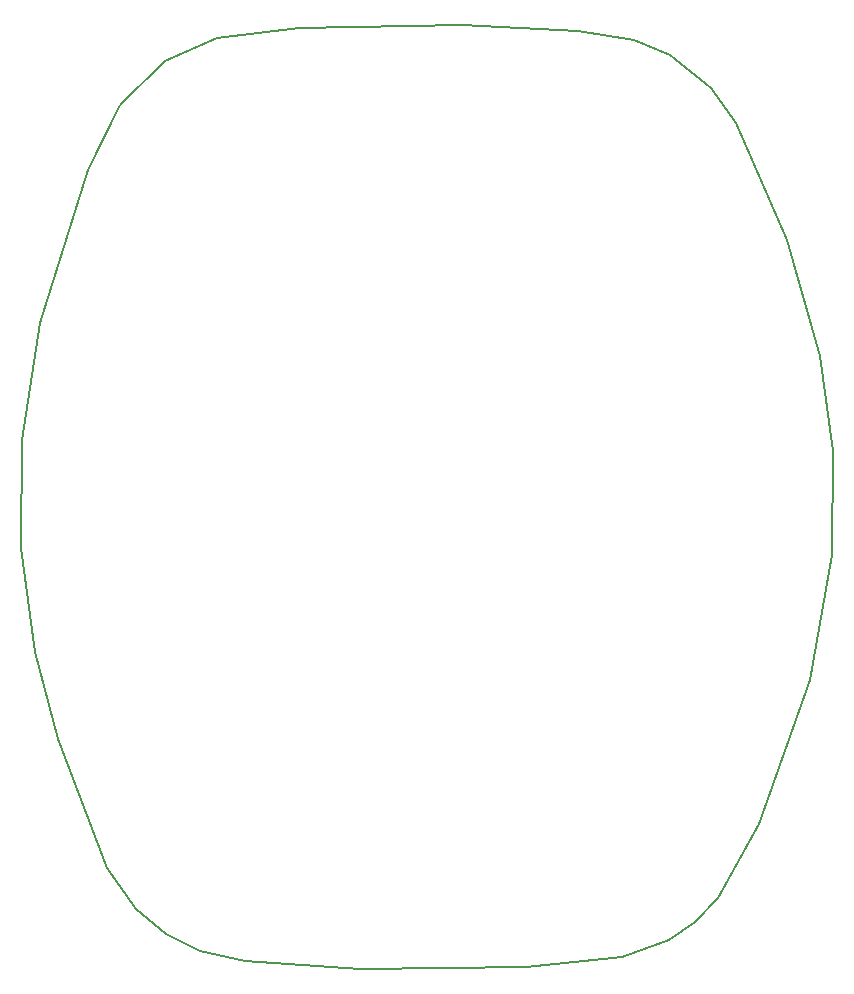
<source format=gbr>
%TF.GenerationSoftware,KiCad,Pcbnew,9.0.6*%
%TF.CreationDate,2026-01-15T18:02:00-06:00*%
%TF.ProjectId,shift,73686966-742e-46b6-9963-61645f706362,rev?*%
%TF.SameCoordinates,Original*%
%TF.FileFunction,Profile,NP*%
%FSLAX46Y46*%
G04 Gerber Fmt 4.6, Leading zero omitted, Abs format (unit mm)*
G04 Created by KiCad (PCBNEW 9.0.6) date 2026-01-15 18:02:00*
%MOMM*%
%LPD*%
G01*
G04 APERTURE LIST*
%TA.AperFunction,Profile*%
%ADD10C,0.150000*%
%TD*%
G04 APERTURE END LIST*
D10*
X26245025Y-77963337D02*
X26330535Y-68866631D01*
X77123445Y-112649841D02*
X69000000Y-113500000D01*
X42833955Y-34775239D02*
X49760261Y-33925080D01*
X91061567Y-51948459D02*
X93883396Y-61725292D01*
X81142413Y-36220510D02*
X84648321Y-39026036D01*
X27869714Y-58919766D02*
X31888682Y-45997343D01*
X94909515Y-78558449D02*
X93028296Y-89185441D01*
X54890858Y-113670032D02*
X45228234Y-112989904D01*
X33513371Y-105083422D02*
X29323383Y-94201382D01*
X84648321Y-39026036D02*
X86786070Y-42001594D01*
X49760261Y-33925080D02*
X63527363Y-33670032D01*
X41380286Y-112139745D02*
X38472948Y-110694474D01*
X27442164Y-86804995D02*
X26245025Y-77963337D01*
X85246891Y-107633900D02*
X83280162Y-109674283D01*
X35993159Y-108569076D02*
X33513371Y-105083422D01*
X69000000Y-113500000D02*
X54890858Y-113670032D01*
X34625000Y-40471307D02*
X38387438Y-36730606D01*
X73361008Y-34180128D02*
X78149565Y-34945271D01*
X78149565Y-34945271D02*
X81142413Y-36220510D01*
X81056903Y-111204570D02*
X77123445Y-112649841D01*
X83280162Y-109674283D02*
X81056903Y-111204570D01*
X38387438Y-36730606D02*
X42833955Y-34775239D01*
X94995025Y-69801807D02*
X94909515Y-78558449D01*
X45228234Y-112989904D02*
X41380286Y-112139745D01*
X26330535Y-68866631D02*
X27869714Y-58919766D01*
X63527363Y-33670032D02*
X73361008Y-34180128D01*
X31888682Y-45997343D02*
X34625000Y-40471307D01*
X93028296Y-89185441D02*
X88667289Y-101342721D01*
X38472948Y-110694474D02*
X35993159Y-108569076D01*
X29323383Y-94201382D02*
X27442164Y-86804995D01*
X93883396Y-61725292D02*
X94995025Y-69801807D01*
X86786070Y-42001594D02*
X91061567Y-51948459D01*
X88667289Y-101342721D02*
X85246891Y-107633900D01*
M02*

</source>
